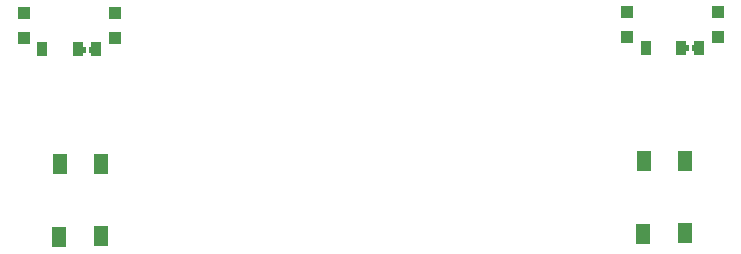
<source format=gbp>
%TF.GenerationSoftware,KiCad,Pcbnew,7.0.7*%
%TF.CreationDate,2024-01-26T01:18:24+08:00*%
%TF.ProjectId,adapter,61646170-7465-4722-9e6b-696361645f70,rev?*%
%TF.SameCoordinates,Original*%
%TF.FileFunction,Paste,Bot*%
%TF.FilePolarity,Positive*%
%FSLAX46Y46*%
G04 Gerber Fmt 4.6, Leading zero omitted, Abs format (unit mm)*
G04 Created by KiCad (PCBNEW 7.0.7) date 2024-01-26 01:18:24*
%MOMM*%
%LPD*%
G01*
G04 APERTURE LIST*
%ADD10R,0.400000X0.600000*%
%ADD11R,0.900000X1.300000*%
%ADD12R,1.000000X1.000000*%
%ADD13R,1.300000X1.800000*%
G04 APERTURE END LIST*
D10*
%TO.C,JP1*%
X233750000Y-95809520D03*
X233115000Y-95809520D03*
%TD*%
D11*
%TO.C,SW4*%
X178576376Y-95858160D03*
X181576376Y-95858160D03*
X183076376Y-95858160D03*
D12*
X176976376Y-92808160D03*
X176976376Y-94908160D03*
X184676376Y-92808160D03*
X184676376Y-94908160D03*
%TD*%
D10*
%TO.C,JP2*%
X182071376Y-95908160D03*
X182706376Y-95908160D03*
%TD*%
D13*
%TO.C,SW2*%
X180056376Y-105608160D03*
X180006376Y-111808160D03*
X183506376Y-105608160D03*
X183506376Y-111708160D03*
%TD*%
%TO.C,SW1*%
X232950000Y-111409520D03*
X232950000Y-105309520D03*
X229450000Y-111509520D03*
X229500000Y-105309520D03*
%TD*%
D12*
%TO.C,SW3*%
X235760000Y-94829520D03*
X235760000Y-92729520D03*
X228060000Y-94829520D03*
X228060000Y-92729520D03*
D11*
X234160000Y-95779520D03*
X232660000Y-95779520D03*
X229660000Y-95779520D03*
%TD*%
M02*

</source>
